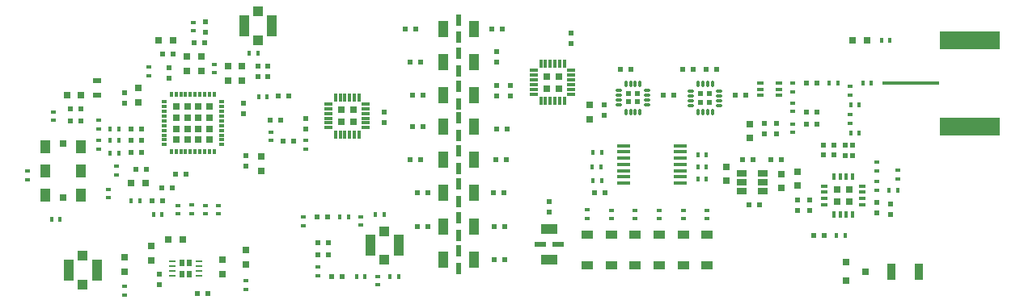
<source format=gtp>
G04 #@! TF.FileFunction,Paste,Top*
%FSLAX46Y46*%
G04 Gerber Fmt 4.6, Leading zero omitted, Abs format (unit mm)*
G04 Created by KiCad (PCBNEW 4.0.2-stable) date Fri May 20 21:29:53 2016*
%MOMM*%
G01*
G04 APERTURE LIST*
%ADD10C,0.100000*%
%ADD11R,0.600000X0.400000*%
%ADD12R,0.797560X0.797560*%
%ADD13R,0.600000X0.500000*%
%ADD14R,0.800000X0.750000*%
%ADD15R,0.750000X0.800000*%
%ADD16R,0.500000X0.600000*%
%ADD17R,1.220000X0.910000*%
%ADD18R,1.040000X1.800000*%
%ADD19R,0.610000X1.245000*%
%ADD20R,1.800000X1.040000*%
%ADD21R,1.245000X0.610000*%
%ADD22R,0.900000X0.500000*%
%ADD23R,0.400000X0.600000*%
%ADD24R,1.000000X1.000000*%
%ADD25R,1.050000X2.200000*%
%ADD26R,0.500000X0.300000*%
%ADD27R,0.300000X0.500000*%
%ADD28R,0.690000X0.690000*%
%ADD29R,0.300000X0.850000*%
%ADD30R,0.850000X0.300000*%
%ADD31R,0.780000X0.780000*%
%ADD32R,1.060000X0.650000*%
%ADD33O,0.750000X0.300000*%
%ADD34O,0.300000X0.750000*%
%ADD35R,0.540000X0.540000*%
%ADD36R,1.450000X0.450000*%
%ADD37R,0.749300X0.398780*%
%ADD38R,0.800000X0.350000*%
%ADD39R,0.350000X0.800000*%
%ADD40R,0.750000X0.750000*%
%ADD41R,1.000000X1.400000*%
%ADD42R,0.800000X0.800000*%
%ADD43R,6.350000X1.910000*%
%ADD44R,6.000000X0.380000*%
%ADD45R,0.700000X0.250000*%
%ADD46R,0.498000X0.714000*%
%ADD47R,0.900000X1.700000*%
%ADD48R,0.800100X0.800100*%
G04 APERTURE END LIST*
D10*
D11*
X181300000Y-114550000D03*
X181300000Y-115450000D03*
D12*
X181300000Y-111501400D03*
X181300000Y-113000000D03*
D13*
X254550000Y-109250000D03*
X253450000Y-109250000D03*
D14*
X186350000Y-88700000D03*
X184850000Y-88700000D03*
X183500000Y-103750000D03*
X182000000Y-103750000D03*
D15*
X195600000Y-100950000D03*
X195600000Y-102450000D03*
D13*
X183050000Y-98000000D03*
X181950000Y-98000000D03*
X181950000Y-99250000D03*
X183050000Y-99250000D03*
D15*
X182750000Y-95250000D03*
X182750000Y-93750000D03*
D16*
X181250000Y-94250000D03*
X181250000Y-95350000D03*
D13*
X181950000Y-100500000D03*
X183050000Y-100500000D03*
X185300000Y-105600000D03*
X184200000Y-105600000D03*
X182450000Y-102300000D03*
X183550000Y-102300000D03*
X185200000Y-104250000D03*
X186300000Y-104250000D03*
X186350000Y-90200000D03*
X185250000Y-90200000D03*
D16*
X185900000Y-91600000D03*
X185900000Y-92700000D03*
D13*
X186650000Y-102750000D03*
X187750000Y-102750000D03*
D15*
X187800000Y-91950000D03*
X187800000Y-90450000D03*
X189300000Y-91950000D03*
X189300000Y-90450000D03*
D16*
X189750000Y-87850000D03*
X189750000Y-86750000D03*
D13*
X189650000Y-89000000D03*
X188550000Y-89000000D03*
D16*
X194000000Y-100850000D03*
X194000000Y-101950000D03*
D15*
X192100000Y-92950000D03*
X192100000Y-91450000D03*
X193600000Y-92950000D03*
X193600000Y-91450000D03*
D16*
X193700000Y-95350000D03*
X193700000Y-96450000D03*
D13*
X202600000Y-111250000D03*
X201500000Y-111250000D03*
X202600000Y-110000000D03*
X201500000Y-110000000D03*
X202550000Y-107250000D03*
X201450000Y-107250000D03*
X204100000Y-113500000D03*
X203000000Y-113500000D03*
X197650000Y-97150000D03*
X196550000Y-97150000D03*
X198500000Y-94600000D03*
X197400000Y-94600000D03*
D16*
X195250000Y-91450000D03*
X195250000Y-92550000D03*
X196250000Y-91450000D03*
X196250000Y-92550000D03*
D13*
X198950000Y-99300000D03*
X197850000Y-99300000D03*
D16*
X200250000Y-98050000D03*
X200250000Y-96950000D03*
X221700000Y-94550000D03*
X221700000Y-93450000D03*
D13*
X213050000Y-108250000D03*
X211950000Y-108250000D03*
X213050000Y-104750000D03*
X211950000Y-104750000D03*
X212250000Y-101250000D03*
X211150000Y-101250000D03*
X212550000Y-97750000D03*
X211450000Y-97750000D03*
X212550000Y-94500000D03*
X211450000Y-94500000D03*
X212300000Y-91000000D03*
X211200000Y-91000000D03*
X211750000Y-87500000D03*
X210650000Y-87500000D03*
D16*
X228000000Y-89100000D03*
X228000000Y-88000000D03*
D13*
X221050000Y-108250000D03*
X219950000Y-108250000D03*
X221000000Y-104750000D03*
X219900000Y-104750000D03*
X221250000Y-101250000D03*
X220150000Y-101250000D03*
X221300000Y-98000000D03*
X220200000Y-98000000D03*
D16*
X220250000Y-93450000D03*
X220250000Y-94550000D03*
X220250000Y-89950000D03*
X220250000Y-91050000D03*
D13*
X220800000Y-87500000D03*
X219700000Y-87500000D03*
X234300000Y-91750000D03*
X233200000Y-91750000D03*
X247050000Y-101250000D03*
X245950000Y-101250000D03*
X250050000Y-101250000D03*
X248950000Y-101250000D03*
D15*
X250000000Y-102750000D03*
X250000000Y-104250000D03*
X244250000Y-103500000D03*
X244250000Y-102000000D03*
D13*
X247750000Y-106000000D03*
X246650000Y-106000000D03*
X238800000Y-94500000D03*
X237700000Y-94500000D03*
X239700000Y-91750000D03*
X240800000Y-91750000D03*
X243300000Y-91750000D03*
X242200000Y-91750000D03*
X246300000Y-94500000D03*
X245200000Y-94500000D03*
X230450000Y-104750000D03*
X231550000Y-104750000D03*
D16*
X249500000Y-98550000D03*
X249500000Y-97450000D03*
D15*
X246750000Y-99000000D03*
X246750000Y-97500000D03*
D13*
X253800000Y-97500000D03*
X252700000Y-97500000D03*
D16*
X248250000Y-98550000D03*
X248250000Y-97450000D03*
D13*
X253750000Y-96250000D03*
X252650000Y-96250000D03*
X253800000Y-93250000D03*
X252700000Y-93250000D03*
D16*
X225750000Y-106750000D03*
X225750000Y-105650000D03*
X231500000Y-95500000D03*
X231500000Y-96600000D03*
D15*
X230000000Y-95500000D03*
X230000000Y-97000000D03*
D16*
X251750000Y-105500000D03*
X251750000Y-106600000D03*
X253000000Y-105500000D03*
X253000000Y-106600000D03*
D13*
X255500000Y-100750000D03*
X254400000Y-100750000D03*
X255550000Y-99750000D03*
X254450000Y-99750000D03*
D16*
X256750000Y-100800000D03*
X256750000Y-99700000D03*
X257500000Y-100800000D03*
X257500000Y-99700000D03*
X260000000Y-105750000D03*
X260000000Y-106850000D03*
X261500000Y-105950000D03*
X261500000Y-107050000D03*
D13*
X221050000Y-111750000D03*
X219950000Y-111750000D03*
X176750000Y-97200000D03*
X175650000Y-97200000D03*
X176750000Y-95900000D03*
X175650000Y-95900000D03*
D14*
X176750000Y-94500000D03*
X175250000Y-94500000D03*
D12*
X194000000Y-110750700D03*
X194000000Y-112249300D03*
D17*
X229750000Y-112385000D03*
X229750000Y-109115000D03*
X232250000Y-112385000D03*
X232250000Y-109115000D03*
X234750000Y-112385000D03*
X234750000Y-109115000D03*
X242250000Y-112385000D03*
X242250000Y-109115000D03*
X239750000Y-112385000D03*
X239750000Y-109115000D03*
X237250000Y-112385000D03*
X237250000Y-109115000D03*
D12*
X257500700Y-88750000D03*
X258999300Y-88750000D03*
D18*
X214625000Y-108250000D03*
X217875000Y-108250000D03*
D19*
X216250000Y-109177500D03*
X216250000Y-107322500D03*
D18*
X214625000Y-104750000D03*
X217875000Y-104750000D03*
D19*
X216250000Y-105677500D03*
X216250000Y-103822500D03*
D18*
X214625000Y-101250000D03*
X217875000Y-101250000D03*
D19*
X216250000Y-102177500D03*
X216250000Y-100322500D03*
D18*
X214625000Y-97750000D03*
X217875000Y-97750000D03*
D19*
X216250000Y-98677500D03*
X216250000Y-96822500D03*
D18*
X214625000Y-94500000D03*
X217875000Y-94500000D03*
D19*
X216250000Y-95427500D03*
X216250000Y-93572500D03*
D18*
X214625000Y-91000000D03*
X217875000Y-91000000D03*
D19*
X216250000Y-91927500D03*
X216250000Y-90072500D03*
D18*
X214625000Y-87500000D03*
X217875000Y-87500000D03*
D19*
X216250000Y-88427500D03*
X216250000Y-86572500D03*
D18*
X214625000Y-111750000D03*
X217875000Y-111750000D03*
D19*
X216250000Y-112677500D03*
X216250000Y-110822500D03*
D20*
X225750000Y-111750000D03*
X225750000Y-108500000D03*
D21*
X226677500Y-110125000D03*
X224822500Y-110125000D03*
D11*
X200000000Y-107300000D03*
X200000000Y-108200000D03*
X201500000Y-112550000D03*
X201500000Y-113450000D03*
X251250000Y-96200000D03*
X251250000Y-95300000D03*
X251250000Y-94150000D03*
X251250000Y-93250000D03*
D22*
X178400000Y-92950000D03*
X178400000Y-94450000D03*
D11*
X179600000Y-105250000D03*
X179600000Y-104350000D03*
X178600000Y-100150000D03*
X178600000Y-99250000D03*
D23*
X179800000Y-100550000D03*
X180700000Y-100550000D03*
D11*
X180400000Y-101950000D03*
X180400000Y-102850000D03*
X178600000Y-98000000D03*
X178600000Y-97100000D03*
D23*
X180700000Y-98000000D03*
X179800000Y-98000000D03*
X180700000Y-99250000D03*
X179800000Y-99250000D03*
D11*
X194000000Y-114850000D03*
X194000000Y-113950000D03*
D23*
X182000000Y-105600000D03*
X182900000Y-105600000D03*
X185200000Y-107000000D03*
X184300000Y-107000000D03*
D11*
X188500000Y-86850000D03*
X188500000Y-87750000D03*
X183800000Y-91550000D03*
X183800000Y-92450000D03*
X191100000Y-106050000D03*
X191100000Y-106950000D03*
X189750000Y-106050000D03*
X189750000Y-106950000D03*
X188300000Y-106000000D03*
X188300000Y-106900000D03*
X186900000Y-106050000D03*
X186900000Y-106950000D03*
X190700000Y-91250000D03*
X190700000Y-92150000D03*
D23*
X196200000Y-94650000D03*
X195300000Y-94650000D03*
D11*
X196600000Y-99250000D03*
X196600000Y-98350000D03*
D23*
X203800000Y-107250000D03*
X204700000Y-107250000D03*
X205550000Y-113500000D03*
X206450000Y-113500000D03*
D11*
X206000000Y-108150000D03*
X206000000Y-107250000D03*
X207750000Y-114400000D03*
X207750000Y-113500000D03*
D23*
X207550000Y-107000000D03*
X208450000Y-107000000D03*
X209050000Y-113500000D03*
X209950000Y-113500000D03*
X194350000Y-90100000D03*
X195250000Y-90100000D03*
D11*
X200250000Y-100150000D03*
X200250000Y-99250000D03*
X229750000Y-107400000D03*
X229750000Y-106500000D03*
X232250000Y-107450000D03*
X232250000Y-106550000D03*
X234750000Y-107450000D03*
X234750000Y-106550000D03*
D23*
X231200000Y-100500000D03*
X230300000Y-100500000D03*
X231150000Y-102000000D03*
X230250000Y-102000000D03*
X231200000Y-103500000D03*
X230300000Y-103500000D03*
X242200000Y-100750000D03*
X241300000Y-100750000D03*
X242200000Y-102000000D03*
X241300000Y-102000000D03*
X242200000Y-103250000D03*
X241300000Y-103250000D03*
D11*
X237250000Y-107450000D03*
X237250000Y-106550000D03*
X239750000Y-107450000D03*
X239750000Y-106550000D03*
X242250000Y-107450000D03*
X242250000Y-106550000D03*
X251250000Y-97500000D03*
X251250000Y-98400000D03*
D23*
X257300000Y-98500000D03*
X258200000Y-98500000D03*
X255950000Y-93250000D03*
X255050000Y-93250000D03*
X258200000Y-95500000D03*
X257300000Y-95500000D03*
D11*
X257250000Y-94450000D03*
X257250000Y-93550000D03*
X257250000Y-97450000D03*
X257250000Y-96550000D03*
D23*
X259450000Y-93250000D03*
X258550000Y-93250000D03*
D11*
X260000000Y-103550000D03*
X260000000Y-104450000D03*
X260000000Y-101550000D03*
X260000000Y-102450000D03*
X262250000Y-102350000D03*
X262250000Y-103250000D03*
D23*
X262200000Y-104500000D03*
X261300000Y-104500000D03*
X255800000Y-109250000D03*
X256700000Y-109250000D03*
D11*
X171100000Y-102450000D03*
X171100000Y-103350000D03*
X173800000Y-96250000D03*
X173800000Y-97150000D03*
D23*
X173650000Y-107500000D03*
X174550000Y-107500000D03*
X260500000Y-88750000D03*
X261400000Y-88750000D03*
D24*
X176900000Y-111350000D03*
D25*
X178375000Y-112850000D03*
X175425000Y-112850000D03*
D24*
X176900000Y-114350000D03*
D26*
X185425000Y-95175000D03*
X185425000Y-95675000D03*
X185425000Y-96175000D03*
X185425000Y-96675000D03*
X185425000Y-97175000D03*
X185425000Y-97675000D03*
X185425000Y-98175000D03*
X185425000Y-98675000D03*
X185425000Y-99175000D03*
X185425000Y-99675000D03*
D27*
X186175000Y-100425000D03*
X186675000Y-100425000D03*
X187175000Y-100425000D03*
X187675000Y-100425000D03*
X188175000Y-100425000D03*
X188675000Y-100425000D03*
X189175000Y-100425000D03*
X189675000Y-100425000D03*
X190175000Y-100425000D03*
X190675000Y-100425000D03*
D26*
X191425000Y-99675000D03*
X191425000Y-99175000D03*
X191425000Y-98675000D03*
X191425000Y-98175000D03*
X191425000Y-97675000D03*
X191425000Y-97175000D03*
X191425000Y-96675000D03*
X191425000Y-96175000D03*
X191425000Y-95675000D03*
X191425000Y-95175000D03*
D27*
X190675000Y-94425000D03*
X190175000Y-94425000D03*
X189675000Y-94425000D03*
X189175000Y-94425000D03*
X188675000Y-94425000D03*
X188175000Y-94425000D03*
X187675000Y-94425000D03*
X187175000Y-94425000D03*
X186675000Y-94425000D03*
X186175000Y-94425000D03*
D28*
X190150000Y-99150000D03*
X190150000Y-98000000D03*
X190150000Y-96850000D03*
X190150000Y-95700000D03*
X189000000Y-99150000D03*
X189000000Y-98000000D03*
X189000000Y-96850000D03*
X189000000Y-95700000D03*
X187850000Y-99150000D03*
X187850000Y-98000000D03*
X187850000Y-96850000D03*
X187850000Y-95700000D03*
X186700000Y-99150000D03*
X186700000Y-98000000D03*
X186700000Y-96850000D03*
X186700000Y-95700000D03*
D24*
X208500000Y-108750000D03*
D25*
X209975000Y-110250000D03*
X207025000Y-110250000D03*
D24*
X208500000Y-111750000D03*
X195250000Y-88700000D03*
D25*
X193775000Y-87200000D03*
X196725000Y-87200000D03*
D24*
X195250000Y-85700000D03*
D29*
X203350000Y-98600000D03*
X203850000Y-98600000D03*
X204350000Y-98600000D03*
X204850000Y-98600000D03*
X205350000Y-98600000D03*
X205850000Y-98600000D03*
D30*
X206550000Y-97900000D03*
X206550000Y-97400000D03*
X206550000Y-96900000D03*
X206550000Y-96400000D03*
X206550000Y-95900000D03*
X206550000Y-95400000D03*
D29*
X205850000Y-94700000D03*
X205350000Y-94700000D03*
X204850000Y-94700000D03*
X204350000Y-94700000D03*
X203850000Y-94700000D03*
X203350000Y-94700000D03*
D30*
X202650000Y-95400000D03*
X202650000Y-95900000D03*
X202650000Y-96400000D03*
X202650000Y-96900000D03*
X202650000Y-97400000D03*
X202650000Y-97900000D03*
D31*
X205250000Y-96000000D03*
X203950000Y-96000000D03*
X205250000Y-97300000D03*
X203950000Y-97300000D03*
D29*
X227350000Y-91200000D03*
X226850000Y-91200000D03*
X226350000Y-91200000D03*
X225850000Y-91200000D03*
X225350000Y-91200000D03*
X224850000Y-91200000D03*
D30*
X224150000Y-91900000D03*
X224150000Y-92400000D03*
X224150000Y-92900000D03*
X224150000Y-93400000D03*
X224150000Y-93900000D03*
X224150000Y-94400000D03*
D29*
X224850000Y-95100000D03*
X225350000Y-95100000D03*
X225850000Y-95100000D03*
X226350000Y-95100000D03*
X226850000Y-95100000D03*
X227350000Y-95100000D03*
D30*
X228050000Y-94400000D03*
X228050000Y-93900000D03*
X228050000Y-93400000D03*
X228050000Y-92900000D03*
X228050000Y-92400000D03*
X228050000Y-91900000D03*
D31*
X225450000Y-93800000D03*
X226750000Y-93800000D03*
X225450000Y-92500000D03*
X226750000Y-92500000D03*
D32*
X245900000Y-102690000D03*
X245900000Y-103640000D03*
X245900000Y-104590000D03*
X248100000Y-104590000D03*
X248100000Y-102690000D03*
X248100000Y-103640000D03*
D33*
X240575000Y-94050000D03*
X240575000Y-94550000D03*
X240575000Y-95050000D03*
X240575000Y-95550000D03*
D34*
X241300000Y-96275000D03*
X241800000Y-96275000D03*
X242300000Y-96275000D03*
X242800000Y-96275000D03*
D33*
X243525000Y-95550000D03*
X243525000Y-95050000D03*
X243525000Y-94550000D03*
X243525000Y-94050000D03*
D34*
X242800000Y-93325000D03*
X242300000Y-93325000D03*
X241800000Y-93325000D03*
X241300000Y-93325000D03*
D35*
X242500000Y-95250000D03*
X242500000Y-94350000D03*
X241600000Y-95250000D03*
X241600000Y-94350000D03*
D36*
X233550000Y-99800000D03*
X233550000Y-100450000D03*
X233550000Y-101100000D03*
X233550000Y-101750000D03*
X233550000Y-102400000D03*
X233550000Y-103050000D03*
X233550000Y-103700000D03*
X239450000Y-103700000D03*
X239450000Y-103050000D03*
X239450000Y-102400000D03*
X239450000Y-101750000D03*
X239450000Y-101100000D03*
X239450000Y-100450000D03*
X239450000Y-99800000D03*
D37*
X247850080Y-93199520D03*
X247850080Y-93849760D03*
X247850080Y-94500000D03*
X249750000Y-94500000D03*
X249750000Y-93849760D03*
X249750000Y-93199520D03*
D34*
X233750000Y-96225000D03*
X234250000Y-96225000D03*
X234750000Y-96225000D03*
X235250000Y-96225000D03*
D33*
X235975000Y-95500000D03*
X235975000Y-95000000D03*
X235975000Y-94500000D03*
X235975000Y-94000000D03*
D34*
X235250000Y-93275000D03*
X234750000Y-93275000D03*
X234250000Y-93275000D03*
X233750000Y-93275000D03*
D33*
X233025000Y-94000000D03*
X233025000Y-94500000D03*
X233025000Y-95000000D03*
X233025000Y-95500000D03*
D35*
X234950000Y-94300000D03*
X234050000Y-94300000D03*
X234950000Y-95200000D03*
X234050000Y-95200000D03*
D38*
X254500000Y-104025000D03*
X254500000Y-104675000D03*
X254500000Y-105325000D03*
X254500000Y-105975000D03*
D39*
X255525000Y-107000000D03*
X256175000Y-107000000D03*
X256825000Y-107000000D03*
X257475000Y-107000000D03*
D38*
X258500000Y-105975000D03*
X258500000Y-105325000D03*
X258500000Y-104675000D03*
X258500000Y-104025000D03*
D39*
X257475000Y-103000000D03*
X256825000Y-103000000D03*
X256175000Y-103000000D03*
X255525000Y-103000000D03*
D40*
X257125000Y-105625000D03*
X257125000Y-104375000D03*
X255875000Y-105625000D03*
X255875000Y-104375000D03*
D41*
X173000000Y-99860000D03*
X173000000Y-102400000D03*
X173000000Y-104940000D03*
X176700000Y-104940000D03*
X176700000Y-102400000D03*
X176700000Y-99860000D03*
D42*
X174850000Y-99535000D03*
X174850000Y-105265000D03*
D43*
X269750000Y-97770000D03*
X269750000Y-88730000D03*
D44*
X263575000Y-93250000D03*
D15*
X251750000Y-104000000D03*
X251750000Y-102500000D03*
X191500000Y-113250000D03*
X191500000Y-111750000D03*
D13*
X188900000Y-115300000D03*
X190000000Y-115300000D03*
D16*
X184900000Y-114400000D03*
X184900000Y-113300000D03*
D14*
X187350000Y-109600000D03*
X185850000Y-109600000D03*
D15*
X184100000Y-110350000D03*
X184100000Y-111850000D03*
D45*
X186285000Y-111955000D03*
X186285000Y-112455000D03*
X186285000Y-112955000D03*
X186285000Y-113455000D03*
X189085000Y-113455000D03*
X189085000Y-112955000D03*
X189085000Y-112455000D03*
X189085000Y-111955000D03*
D46*
X188100000Y-113300000D03*
X188100000Y-112110000D03*
X187270000Y-113300000D03*
X187270000Y-112110000D03*
D47*
X261550000Y-113000000D03*
X264450000Y-113000000D03*
D16*
X208500000Y-96300000D03*
X208500000Y-97400000D03*
D48*
X256799240Y-112050000D03*
X256799240Y-113950000D03*
X258798220Y-113000000D03*
M02*

</source>
